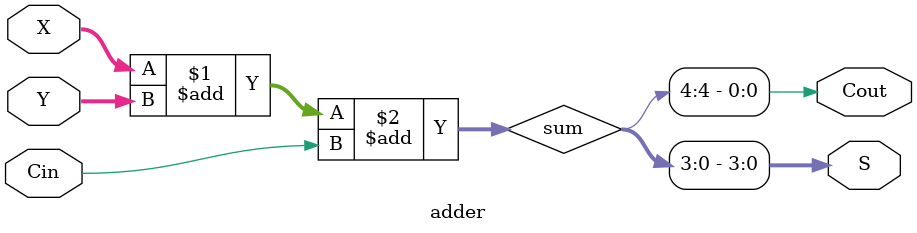
<source format=sv>

`default_nettype none

// A multi-bit adder
module adder (Cin, X, Y, S, Cout);
    input logic Cin;
    input logic [3:0] X, Y;
    output logic [3:0] S;
    output logic Cout;

    logic [4:0] sum;

    assign sum = X + Y + Cin;   // 5-bit result, with carry-out
    assign S = sum[3:0];
    assign Cout = sum[4];

endmodule

</source>
